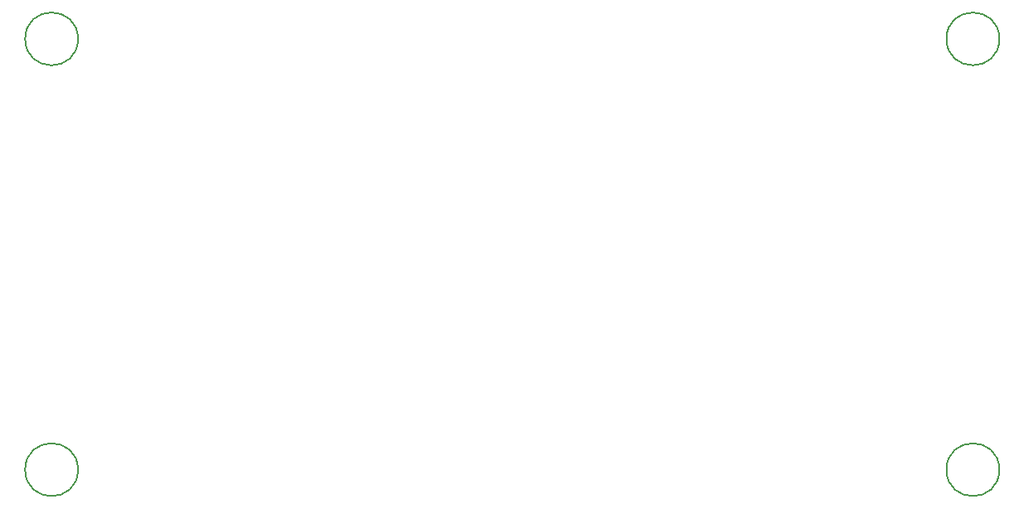
<source format=gbr>
%TF.GenerationSoftware,KiCad,Pcbnew,(6.0.4)*%
%TF.CreationDate,2023-03-24T19:38:28+01:00*%
%TF.ProjectId,test,74657374-2e6b-4696-9361-645f70636258,rev?*%
%TF.SameCoordinates,Original*%
%TF.FileFunction,Other,Comment*%
%FSLAX46Y46*%
G04 Gerber Fmt 4.6, Leading zero omitted, Abs format (unit mm)*
G04 Created by KiCad (PCBNEW (6.0.4)) date 2023-03-24 19:38:28*
%MOMM*%
%LPD*%
G01*
G04 APERTURE LIST*
%ADD10C,0.150000*%
G04 APERTURE END LIST*
D10*
%TO.C,H4*%
X99700000Y-47000000D02*
G75*
G03*
X99700000Y-47000000I-2700000J0D01*
G01*
%TO.C,H1*%
X5700000Y-3000000D02*
G75*
G03*
X5700000Y-3000000I-2700000J0D01*
G01*
%TO.C,H2*%
X99700000Y-3000000D02*
G75*
G03*
X99700000Y-3000000I-2700000J0D01*
G01*
%TO.C,H3*%
X5700000Y-47000000D02*
G75*
G03*
X5700000Y-47000000I-2700000J0D01*
G01*
%TD*%
M02*

</source>
